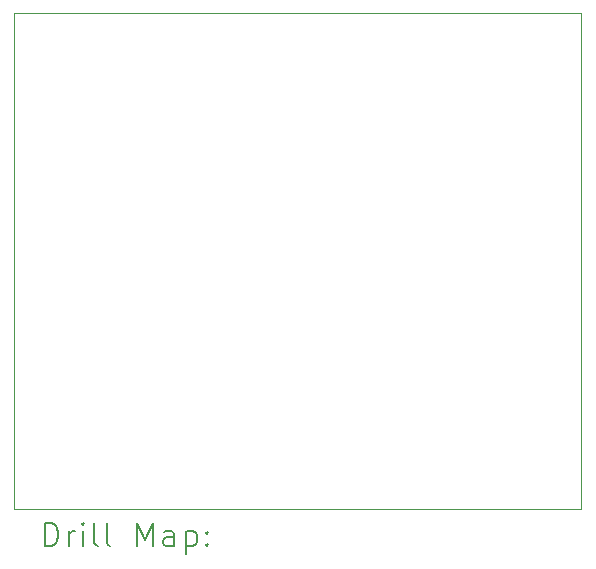
<source format=gbr>
%TF.GenerationSoftware,KiCad,Pcbnew,9.0.2-9.0.2-0~ubuntu24.04.1*%
%TF.CreationDate,2025-05-09T21:26:21+01:00*%
%TF.ProjectId,can-bus-kicad,63616e2d-6275-4732-9d6b-696361642e6b,rev?*%
%TF.SameCoordinates,Original*%
%TF.FileFunction,Drillmap*%
%TF.FilePolarity,Positive*%
%FSLAX45Y45*%
G04 Gerber Fmt 4.5, Leading zero omitted, Abs format (unit mm)*
G04 Created by KiCad (PCBNEW 9.0.2-9.0.2-0~ubuntu24.04.1) date 2025-05-09 21:26:21*
%MOMM*%
%LPD*%
G01*
G04 APERTURE LIST*
%ADD10C,0.038100*%
%ADD11C,0.200000*%
G04 APERTURE END LIST*
D10*
X9508000Y-6840000D02*
X14308000Y-6840000D01*
X14308000Y-11040000D01*
X9508000Y-11040000D01*
X9508000Y-6840000D01*
D11*
X9766872Y-11353389D02*
X9766872Y-11153389D01*
X9766872Y-11153389D02*
X9814491Y-11153389D01*
X9814491Y-11153389D02*
X9843062Y-11162913D01*
X9843062Y-11162913D02*
X9862110Y-11181960D01*
X9862110Y-11181960D02*
X9871634Y-11201008D01*
X9871634Y-11201008D02*
X9881158Y-11239103D01*
X9881158Y-11239103D02*
X9881158Y-11267674D01*
X9881158Y-11267674D02*
X9871634Y-11305770D01*
X9871634Y-11305770D02*
X9862110Y-11324817D01*
X9862110Y-11324817D02*
X9843062Y-11343865D01*
X9843062Y-11343865D02*
X9814491Y-11353389D01*
X9814491Y-11353389D02*
X9766872Y-11353389D01*
X9966872Y-11353389D02*
X9966872Y-11220055D01*
X9966872Y-11258151D02*
X9976396Y-11239103D01*
X9976396Y-11239103D02*
X9985919Y-11229579D01*
X9985919Y-11229579D02*
X10004967Y-11220055D01*
X10004967Y-11220055D02*
X10024015Y-11220055D01*
X10090681Y-11353389D02*
X10090681Y-11220055D01*
X10090681Y-11153389D02*
X10081158Y-11162913D01*
X10081158Y-11162913D02*
X10090681Y-11172436D01*
X10090681Y-11172436D02*
X10100205Y-11162913D01*
X10100205Y-11162913D02*
X10090681Y-11153389D01*
X10090681Y-11153389D02*
X10090681Y-11172436D01*
X10214491Y-11353389D02*
X10195443Y-11343865D01*
X10195443Y-11343865D02*
X10185919Y-11324817D01*
X10185919Y-11324817D02*
X10185919Y-11153389D01*
X10319253Y-11353389D02*
X10300205Y-11343865D01*
X10300205Y-11343865D02*
X10290681Y-11324817D01*
X10290681Y-11324817D02*
X10290681Y-11153389D01*
X10547824Y-11353389D02*
X10547824Y-11153389D01*
X10547824Y-11153389D02*
X10614491Y-11296246D01*
X10614491Y-11296246D02*
X10681158Y-11153389D01*
X10681158Y-11153389D02*
X10681158Y-11353389D01*
X10862110Y-11353389D02*
X10862110Y-11248627D01*
X10862110Y-11248627D02*
X10852586Y-11229579D01*
X10852586Y-11229579D02*
X10833539Y-11220055D01*
X10833539Y-11220055D02*
X10795443Y-11220055D01*
X10795443Y-11220055D02*
X10776396Y-11229579D01*
X10862110Y-11343865D02*
X10843062Y-11353389D01*
X10843062Y-11353389D02*
X10795443Y-11353389D01*
X10795443Y-11353389D02*
X10776396Y-11343865D01*
X10776396Y-11343865D02*
X10766872Y-11324817D01*
X10766872Y-11324817D02*
X10766872Y-11305770D01*
X10766872Y-11305770D02*
X10776396Y-11286722D01*
X10776396Y-11286722D02*
X10795443Y-11277198D01*
X10795443Y-11277198D02*
X10843062Y-11277198D01*
X10843062Y-11277198D02*
X10862110Y-11267674D01*
X10957348Y-11220055D02*
X10957348Y-11420055D01*
X10957348Y-11229579D02*
X10976396Y-11220055D01*
X10976396Y-11220055D02*
X11014491Y-11220055D01*
X11014491Y-11220055D02*
X11033539Y-11229579D01*
X11033539Y-11229579D02*
X11043062Y-11239103D01*
X11043062Y-11239103D02*
X11052586Y-11258151D01*
X11052586Y-11258151D02*
X11052586Y-11315293D01*
X11052586Y-11315293D02*
X11043062Y-11334341D01*
X11043062Y-11334341D02*
X11033539Y-11343865D01*
X11033539Y-11343865D02*
X11014491Y-11353389D01*
X11014491Y-11353389D02*
X10976396Y-11353389D01*
X10976396Y-11353389D02*
X10957348Y-11343865D01*
X11138300Y-11334341D02*
X11147824Y-11343865D01*
X11147824Y-11343865D02*
X11138300Y-11353389D01*
X11138300Y-11353389D02*
X11128777Y-11343865D01*
X11128777Y-11343865D02*
X11138300Y-11334341D01*
X11138300Y-11334341D02*
X11138300Y-11353389D01*
X11138300Y-11229579D02*
X11147824Y-11239103D01*
X11147824Y-11239103D02*
X11138300Y-11248627D01*
X11138300Y-11248627D02*
X11128777Y-11239103D01*
X11128777Y-11239103D02*
X11138300Y-11229579D01*
X11138300Y-11229579D02*
X11138300Y-11248627D01*
M02*

</source>
